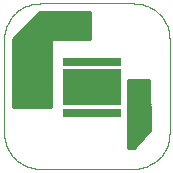
<source format=gbs>
G75*
G70*
%OFA0B0*%
%FSLAX24Y24*%
%IPPOS*%
%LPD*%
%AMOC8*
5,1,8,0,0,1.08239X$1,22.5*
%
%ADD10C,0.0000*%
%ADD11C,0.0100*%
%ADD12R,0.1930X0.0292*%
%ADD13R,0.1930X0.1197*%
D10*
X001331Y000210D02*
X004481Y000210D01*
X004547Y000212D01*
X004613Y000217D01*
X004679Y000227D01*
X004744Y000240D01*
X004808Y000256D01*
X004871Y000276D01*
X004933Y000300D01*
X004993Y000327D01*
X005052Y000357D01*
X005109Y000391D01*
X005164Y000428D01*
X005217Y000468D01*
X005268Y000510D01*
X005316Y000556D01*
X005362Y000604D01*
X005404Y000655D01*
X005444Y000708D01*
X005481Y000763D01*
X005515Y000820D01*
X005545Y000879D01*
X005572Y000939D01*
X005596Y001001D01*
X005616Y001064D01*
X005632Y001128D01*
X005645Y001193D01*
X005655Y001259D01*
X005660Y001325D01*
X005662Y001391D01*
X005662Y004540D01*
X005660Y004606D01*
X005655Y004672D01*
X005645Y004738D01*
X005632Y004803D01*
X005616Y004867D01*
X005596Y004930D01*
X005572Y004992D01*
X005545Y005052D01*
X005515Y005111D01*
X005481Y005168D01*
X005444Y005223D01*
X005404Y005276D01*
X005362Y005327D01*
X005316Y005375D01*
X005268Y005421D01*
X005217Y005463D01*
X005164Y005503D01*
X005109Y005540D01*
X005052Y005574D01*
X004993Y005604D01*
X004933Y005631D01*
X004871Y005655D01*
X004808Y005675D01*
X004744Y005691D01*
X004679Y005704D01*
X004613Y005714D01*
X004547Y005719D01*
X004481Y005721D01*
X004481Y005722D02*
X001331Y005722D01*
X001331Y005721D02*
X001265Y005719D01*
X001199Y005714D01*
X001133Y005704D01*
X001068Y005691D01*
X001004Y005675D01*
X000941Y005655D01*
X000879Y005631D01*
X000819Y005604D01*
X000760Y005574D01*
X000703Y005540D01*
X000648Y005503D01*
X000595Y005463D01*
X000544Y005421D01*
X000496Y005375D01*
X000450Y005327D01*
X000408Y005276D01*
X000368Y005223D01*
X000331Y005168D01*
X000297Y005111D01*
X000267Y005052D01*
X000240Y004992D01*
X000216Y004930D01*
X000196Y004867D01*
X000180Y004803D01*
X000167Y004738D01*
X000157Y004672D01*
X000152Y004606D01*
X000150Y004540D01*
X000150Y001391D01*
X000152Y001325D01*
X000157Y001259D01*
X000167Y001193D01*
X000180Y001128D01*
X000196Y001064D01*
X000216Y001001D01*
X000240Y000939D01*
X000267Y000879D01*
X000297Y000820D01*
X000331Y000763D01*
X000368Y000708D01*
X000408Y000655D01*
X000450Y000604D01*
X000496Y000556D01*
X000544Y000510D01*
X000595Y000468D01*
X000648Y000428D01*
X000703Y000391D01*
X000760Y000357D01*
X000819Y000327D01*
X000879Y000300D01*
X000941Y000276D01*
X001004Y000256D01*
X001068Y000240D01*
X001133Y000227D01*
X001199Y000217D01*
X001265Y000212D01*
X001331Y000210D01*
D11*
X001725Y002277D02*
X000445Y002277D01*
X000445Y004540D01*
X001331Y005426D01*
X003004Y005426D01*
X003004Y004540D01*
X001725Y004540D01*
X001725Y002277D01*
X001725Y002278D02*
X000445Y002278D01*
X000445Y002377D02*
X001725Y002377D01*
X001725Y002475D02*
X000445Y002475D01*
X000445Y002574D02*
X001725Y002574D01*
X001725Y002672D02*
X000445Y002672D01*
X000445Y002771D02*
X001725Y002771D01*
X001725Y002869D02*
X000445Y002869D01*
X000445Y002968D02*
X001725Y002968D01*
X001725Y003066D02*
X000445Y003066D01*
X000445Y003165D02*
X001725Y003165D01*
X001725Y003263D02*
X000445Y003263D01*
X000445Y003362D02*
X001725Y003362D01*
X001725Y003460D02*
X000445Y003460D01*
X000445Y003559D02*
X001725Y003559D01*
X001725Y003657D02*
X000445Y003657D01*
X000445Y003756D02*
X001725Y003756D01*
X001725Y003854D02*
X000445Y003854D01*
X000445Y003953D02*
X001725Y003953D01*
X001725Y004051D02*
X000445Y004051D01*
X000445Y004150D02*
X001725Y004150D01*
X001725Y004248D02*
X000445Y004248D01*
X000445Y004347D02*
X001725Y004347D01*
X001725Y004445D02*
X000445Y004445D01*
X000449Y004544D02*
X003004Y004544D01*
X003004Y004642D02*
X000547Y004642D01*
X000646Y004741D02*
X003004Y004741D01*
X003004Y004839D02*
X000744Y004839D01*
X000843Y004938D02*
X003004Y004938D01*
X003004Y005036D02*
X000941Y005036D01*
X001040Y005135D02*
X003004Y005135D01*
X003004Y005233D02*
X001138Y005233D01*
X001237Y005332D02*
X003004Y005332D01*
X004284Y003162D02*
X004973Y003162D01*
X005022Y001489D01*
X004481Y000899D01*
X004284Y000899D01*
X004481Y000899D01*
X004571Y000998D02*
X004284Y000998D01*
X004284Y000899D02*
X004284Y003162D01*
X004284Y003066D02*
X004976Y003066D01*
X004979Y002968D02*
X004284Y002968D01*
X004284Y002869D02*
X004981Y002869D01*
X004984Y002771D02*
X004284Y002771D01*
X004284Y002672D02*
X004987Y002672D01*
X004990Y002574D02*
X004284Y002574D01*
X004284Y002475D02*
X004993Y002475D01*
X004996Y002377D02*
X004284Y002377D01*
X004284Y002278D02*
X004999Y002278D01*
X005002Y002180D02*
X004284Y002180D01*
X004284Y002081D02*
X005005Y002081D01*
X005008Y001983D02*
X004284Y001983D01*
X004284Y001884D02*
X005010Y001884D01*
X005013Y001786D02*
X004284Y001786D01*
X004284Y001687D02*
X005016Y001687D01*
X005019Y001589D02*
X004284Y001589D01*
X004284Y001490D02*
X005022Y001490D01*
X004933Y001392D02*
X004284Y001392D01*
X004284Y001293D02*
X004842Y001293D01*
X004752Y001195D02*
X004284Y001195D01*
X004284Y001096D02*
X004662Y001096D01*
D12*
X003079Y002076D03*
X003079Y003769D03*
D13*
X003079Y002922D03*
M02*

</source>
